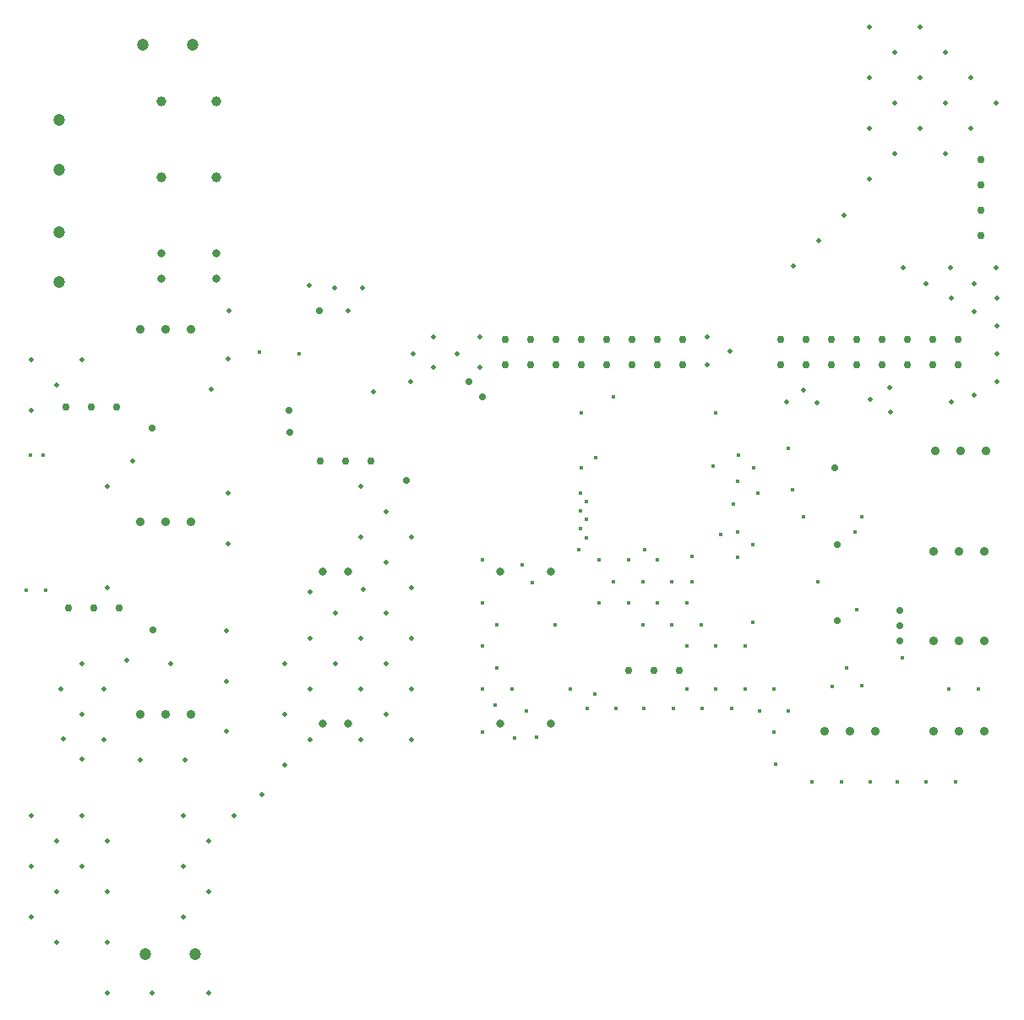
<source format=gbr>
G04 Layer_Color=0*
%FSLAX26Y26*%
%MOIN*%
%TF.FileFunction,Plated,1,2,PTH,Drill*%
%TF.Part,Single*%
G01*
G75*
%TA.AperFunction,ComponentDrill*%
%ADD85C,0.047244*%
%ADD86C,0.047244*%
%ADD87C,0.035433*%
%ADD88C,0.030000*%
%ADD89C,0.030000*%
%ADD90C,0.031496*%
%ADD91C,0.039370*%
%TA.AperFunction,ViaDrill,NotFilled*%
%ADD92C,0.015748*%
%ADD93C,0.028000*%
%ADD94C,0.020000*%
%ADD95C,0.015000*%
D85*
X444447Y125000D02*
D03*
X641297D02*
D03*
X630553Y3715000D02*
D03*
X433703D02*
D03*
D86*
X102665Y3221575D02*
D03*
Y3418425D02*
D03*
Y2776575D02*
D03*
Y2973425D02*
D03*
D87*
X625002Y2590000D02*
D03*
X525002D02*
D03*
X425002D02*
D03*
X625002Y1830500D02*
D03*
X525002D02*
D03*
X425002D02*
D03*
X625002Y1071000D02*
D03*
X525002D02*
D03*
X425002D02*
D03*
X3761001Y2110000D02*
D03*
X3661001D02*
D03*
X3561001D02*
D03*
X3554996Y1715000D02*
D03*
X3654996D02*
D03*
X3754996D02*
D03*
X3325001Y1005000D02*
D03*
X3225001D02*
D03*
X3125001D02*
D03*
X3754999Y1005000D02*
D03*
X3654999D02*
D03*
X3554999D02*
D03*
X3754999Y1360413D02*
D03*
X3654999D02*
D03*
X3554999D02*
D03*
D88*
X2065000Y2550000D02*
D03*
X1965000D02*
D03*
X2565000D02*
D03*
X2465000D02*
D03*
X2365000D02*
D03*
X2265000D02*
D03*
X2165000D02*
D03*
X1865000D02*
D03*
X2065000Y2450000D02*
D03*
X1965000D02*
D03*
X2565000D02*
D03*
X2465000D02*
D03*
X2365000D02*
D03*
X2265000D02*
D03*
X2165000D02*
D03*
X1865000D02*
D03*
X3150000D02*
D03*
X3050000D02*
D03*
X3650000D02*
D03*
X3550000D02*
D03*
X3450000D02*
D03*
X3350000D02*
D03*
X3250000D02*
D03*
X2950000D02*
D03*
X3150000Y2550000D02*
D03*
X3050000D02*
D03*
X3650000D02*
D03*
X3550000D02*
D03*
X3450000D02*
D03*
X3350000D02*
D03*
X3250000D02*
D03*
X2950000D02*
D03*
X130000Y2285000D02*
D03*
X230000D02*
D03*
X330000D02*
D03*
X2350000Y1245000D02*
D03*
X2450000D02*
D03*
X2550000D02*
D03*
X139843Y1490000D02*
D03*
X239843D02*
D03*
X339842D02*
D03*
X1135000Y2070000D02*
D03*
X1235000D02*
D03*
X1335000D02*
D03*
D89*
X3740000Y2960000D02*
D03*
Y3060000D02*
D03*
Y3160000D02*
D03*
Y3260000D02*
D03*
D90*
X1245000Y1635000D02*
D03*
X1845000D02*
D03*
X2045000D02*
D03*
X1145000D02*
D03*
X2045000Y1035000D02*
D03*
X1845000D02*
D03*
X1245000D02*
D03*
X1145000D02*
D03*
X508787Y2790000D02*
D03*
Y2890000D02*
D03*
X723787Y2790000D02*
D03*
Y2890000D02*
D03*
D91*
X508787Y3190000D02*
D03*
Y3490000D02*
D03*
X723787Y3190000D02*
D03*
Y3490000D02*
D03*
D92*
X1049685Y2495000D02*
D03*
X894685Y2500000D02*
D03*
X50000Y1560000D02*
D03*
X-25000D02*
D03*
X40000Y2095000D02*
D03*
X-10000D02*
D03*
X3245000Y1790000D02*
D03*
X3250000Y1485000D02*
D03*
X2160000Y1945000D02*
D03*
Y1875000D02*
D03*
X2185000Y1910000D02*
D03*
Y1840000D02*
D03*
X2160000Y1803579D02*
D03*
X2185000Y1768224D02*
D03*
X2860000Y1945000D02*
D03*
X2765000Y1899645D02*
D03*
X2780000Y1990000D02*
D03*
X2785000Y2095000D02*
D03*
X2780000Y1790000D02*
D03*
Y1690000D02*
D03*
X2600000Y1695000D02*
D03*
Y1595000D02*
D03*
X2840000Y1435000D02*
D03*
Y1740000D02*
D03*
X2845000Y2045000D02*
D03*
X2930000Y875000D02*
D03*
X2165000Y2045000D02*
D03*
X2685000Y2050000D02*
D03*
X2415000Y1720000D02*
D03*
X2155000D02*
D03*
X2290000Y2325000D02*
D03*
X2165000Y2261535D02*
D03*
D93*
X1010000Y2270000D02*
D03*
X1129685Y2665000D02*
D03*
X470000Y2199882D02*
D03*
X475000Y1405000D02*
D03*
X3420000Y1360000D02*
D03*
Y1480000D02*
D03*
X3165000Y2045000D02*
D03*
X3175000Y1740000D02*
D03*
Y1440000D02*
D03*
X1720000Y2385000D02*
D03*
X1775000Y2325000D02*
D03*
X1015000Y2185000D02*
D03*
X1475000Y1995000D02*
D03*
X3420000Y1420000D02*
D03*
D94*
X3300000Y3585000D02*
D03*
X3400000Y3485000D02*
D03*
X3500000Y3585000D02*
D03*
X3600000Y3485000D02*
D03*
X3400000Y3685000D02*
D03*
X3600000D02*
D03*
X3500000Y3785000D02*
D03*
X3300000D02*
D03*
X3700000Y3585000D02*
D03*
X3300000Y3385000D02*
D03*
X3500000D02*
D03*
X3700000D02*
D03*
X3800000Y3485000D02*
D03*
X3600000Y3285000D02*
D03*
X3400000D02*
D03*
X3300000Y3185000D02*
D03*
X3200000Y3040000D02*
D03*
X3000000Y2840000D02*
D03*
X3100000Y2940000D02*
D03*
X3715000Y2770000D02*
D03*
X3800000Y2835000D02*
D03*
X3620000D02*
D03*
X3625000Y2715000D02*
D03*
X3525000Y2770000D02*
D03*
X3435000Y2835000D02*
D03*
X3805000Y2715000D02*
D03*
X3715000Y2660000D02*
D03*
X3805000Y2605000D02*
D03*
Y2495000D02*
D03*
Y2385000D02*
D03*
X3715000Y2330000D02*
D03*
X3625000Y2305000D02*
D03*
X3380000Y2360000D02*
D03*
X3305000Y2315000D02*
D03*
X3385000Y2265000D02*
D03*
X2975000Y2305000D02*
D03*
X3040000Y2350000D02*
D03*
X3095000Y2300000D02*
D03*
X2660000Y2450000D02*
D03*
Y2560000D02*
D03*
X2750000Y2505000D02*
D03*
X1765000Y2440000D02*
D03*
X1580000D02*
D03*
Y2560000D02*
D03*
X1765000D02*
D03*
X1675000Y2495000D02*
D03*
X1490000Y2385000D02*
D03*
X1500000Y2495000D02*
D03*
X1345000Y2345000D02*
D03*
X1300000Y2755000D02*
D03*
X1245000Y2665000D02*
D03*
X1190000Y2755000D02*
D03*
X1090000Y2765000D02*
D03*
X1495000Y970000D02*
D03*
X1295000D02*
D03*
X1095000D02*
D03*
X1495000Y1170000D02*
D03*
X1095000Y1370000D02*
D03*
X1295000D02*
D03*
X1395000Y1270000D02*
D03*
X1195000D02*
D03*
X1395000Y1070000D02*
D03*
X1295000Y1170000D02*
D03*
X1095000D02*
D03*
X1495000Y1370000D02*
D03*
X1395000Y1470000D02*
D03*
X1495000Y1570000D02*
D03*
X1195000Y1470000D02*
D03*
X1395000Y1670000D02*
D03*
X1495000Y1770000D02*
D03*
X1295000D02*
D03*
X1395000Y1870000D02*
D03*
X1295000Y1970000D02*
D03*
X995000Y1270000D02*
D03*
Y1070000D02*
D03*
Y870000D02*
D03*
X905000Y755000D02*
D03*
X795000Y670000D02*
D03*
X695000Y570000D02*
D03*
X595000Y470000D02*
D03*
X695000Y370000D02*
D03*
X595000Y670000D02*
D03*
Y270000D02*
D03*
X695000Y-30000D02*
D03*
X295000Y570000D02*
D03*
Y370000D02*
D03*
X-5000Y470000D02*
D03*
Y270000D02*
D03*
X95000Y370000D02*
D03*
X295000Y170000D02*
D03*
Y-30000D02*
D03*
X195000Y470000D02*
D03*
Y670000D02*
D03*
X95000Y570000D02*
D03*
Y170000D02*
D03*
X-5000Y670000D02*
D03*
X195000Y895000D02*
D03*
Y1070000D02*
D03*
X280000Y970000D02*
D03*
X195000Y1270000D02*
D03*
X280000Y1170000D02*
D03*
X120000Y975000D02*
D03*
X110000Y1170000D02*
D03*
X425000Y890000D02*
D03*
X600000D02*
D03*
X765353Y1002696D02*
D03*
Y1200527D02*
D03*
Y1400527D02*
D03*
X295000Y1570000D02*
D03*
Y1970000D02*
D03*
X395000Y2070000D02*
D03*
X-5000Y2470000D02*
D03*
X95000Y2370000D02*
D03*
X195000Y2470000D02*
D03*
X-5000Y2270000D02*
D03*
X775000Y2665000D02*
D03*
X770000Y2475000D02*
D03*
X705000Y2355000D02*
D03*
X370000Y1285000D02*
D03*
X545000Y1270000D02*
D03*
X470000Y-30000D02*
D03*
X1095000Y1555000D02*
D03*
X1305000Y1565000D02*
D03*
X770000Y1745000D02*
D03*
Y1945000D02*
D03*
D95*
X2695000Y2260000D02*
D03*
X1930000Y1660000D02*
D03*
X1775000Y1680000D02*
D03*
X1971995Y1590000D02*
D03*
X2580000Y1340000D02*
D03*
X2522500Y1425000D02*
D03*
X2695000Y1340000D02*
D03*
X2810000D02*
D03*
X2407500Y1425000D02*
D03*
X2062500D02*
D03*
X1832500D02*
D03*
X1775000Y1340000D02*
D03*
Y1510000D02*
D03*
X2235000D02*
D03*
X2350000D02*
D03*
X2465000D02*
D03*
X2292500Y1595000D02*
D03*
X2407500D02*
D03*
X2235000Y1680000D02*
D03*
X2350000D02*
D03*
X2465000D02*
D03*
X2637500Y1425000D02*
D03*
X2580000Y1510000D02*
D03*
X2522500Y1595000D02*
D03*
X2715000Y1780000D02*
D03*
X2220000Y2085000D02*
D03*
X2998189Y1958976D02*
D03*
X3040000Y1850000D02*
D03*
X3270000D02*
D03*
X3097500Y1595000D02*
D03*
X2925000Y1000000D02*
D03*
X3410245Y804054D02*
D03*
X3525245D02*
D03*
X3730000Y1170000D02*
D03*
X3615000D02*
D03*
X3430000Y1295000D02*
D03*
X3212500Y1255000D02*
D03*
X3270000Y1185000D02*
D03*
X2867500Y1085000D02*
D03*
X2925000Y1170000D02*
D03*
X2982500Y1085000D02*
D03*
X3155000Y1180000D02*
D03*
X2120000Y1170000D02*
D03*
X2527500Y1095000D02*
D03*
X2412500D02*
D03*
X2302500D02*
D03*
X2187500D02*
D03*
X1947500Y1085000D02*
D03*
X1890000Y1170000D02*
D03*
X1832500Y1255000D02*
D03*
X1822745Y1108550D02*
D03*
X1775000Y1170000D02*
D03*
X2216976Y1151976D02*
D03*
X2642500Y1095000D02*
D03*
X2757500D02*
D03*
X2580000Y1170000D02*
D03*
X2695000D02*
D03*
X2810000D02*
D03*
X1986976Y981976D02*
D03*
X1775000Y1000000D02*
D03*
X1899755Y976451D02*
D03*
X2980000Y2120394D02*
D03*
X3305000Y805000D02*
D03*
X3190000D02*
D03*
X3075000D02*
D03*
X3640245Y804054D02*
D03*
%TF.MD5,532ce40626c713deb61f34f627eb7cda*%
M02*

</source>
